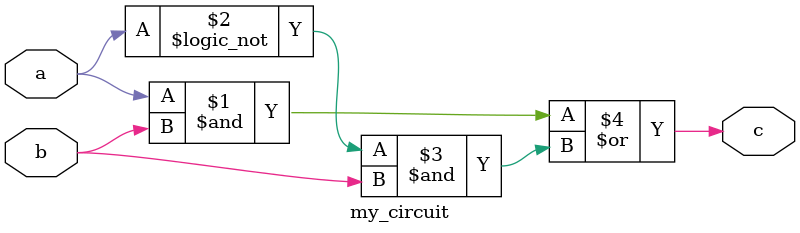
<source format=v>
`timescale 1ns / 1ps


module my_circuit(
    input a,
    input b,
    output c
    );
assign c = ( a & b ) | ( !a & b);
endmodule

</source>
